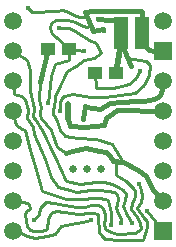
<source format=gbl>
%FSTAX23Y23*%
%MOIN*%
%SFA1B1*%

%IPPOS*%
%ADD19C,0.010000*%
%ADD20C,0.015000*%
%ADD23C,0.059060*%
%ADD24R,0.059060X0.059060*%
%ADD25C,0.025980*%
%ADD26C,0.015000*%
%ADD27R,0.047240X0.043310*%
%ADD28C,0.020000*%
%ADD29C,0.045000*%
%LNdrv8825_printplaat-1*%
%LPD*%
G54D19*
X001Y00792D02*
X00112Y0078D01*
X00495Y00082D02*
X00497Y00062D01*
X00482Y0002D02*
X00497Y00062D01*
X00155Y0029D02*
X00175Y0023D01*
X0012Y00372D02*
X00155Y0029D01*
X00115Y00397D02*
X0012Y00372D01*
X00077Y005D02*
X0009Y0049D01*
X0019Y00295D02*
X00225Y00217D01*
X00055Y00412D02*
X00062Y004D01*
X0007Y00395*
X0008Y0039*
X0009Y00387*
X0005Y0055D02*
X00052Y00505D01*
X00077Y005*
X0005Y0045D02*
X00055Y00412D01*
X0009Y00387D02*
X00107Y0032D01*
X0005Y0065D02*
X00095Y0062D01*
X00107Y00585*
X00497Y00117D02*
X0055Y0005D01*
X00317Y00715D02*
X0035Y00722D01*
X00317Y00715D02*
X0035Y00722D01*
X00477Y00782D02*
X0048Y00779D01*
X0019Y00607D02*
X00237Y0062D01*
X00237Y00655*
X00455Y00042D02*
X00475Y00057D01*
X00472Y00077D02*
X00475Y00057D01*
X00462Y00095D02*
X00472Y00077D01*
X0009Y0049D02*
X001Y00452D01*
X00095Y00425D02*
X001Y00452D01*
X00095Y00425D02*
X00115Y00397D01*
X00147Y00387D02*
X0019Y00295D01*
X00122Y00422D02*
X00147Y00387D01*
X00117Y0043D02*
X00122Y00422D01*
X00117Y0043D02*
X0012Y0046D01*
X00105Y00515D02*
X0012Y0046D01*
X00105Y00515D02*
X00107Y00585D01*
X00392Y00237D02*
Y00275D01*
X0014Y00437D02*
X00142Y00427D01*
X0014Y00437D02*
Y00447D01*
X00142Y00462*
X00135Y00487D02*
X00142Y00462D01*
X00135Y00487D02*
X0014Y00547D01*
X00177Y00567D02*
X0019Y00607D01*
X00172Y00535D02*
X00177Y00567D01*
X00142Y00427D02*
X00175Y00385D01*
X00197Y0033*
X00225Y0031*
X00322Y00575D02*
X00327Y00527D01*
X00357Y00525*
X0038*
X004Y0053*
X00422Y00535*
X00435Y0054*
X00455Y00557*
X00473Y00582*
X00237Y00655D02*
X00287Y0065D01*
X00545Y0052D02*
X0055Y0054D01*
Y0055*
X00431Y00625D02*
X00492Y00615D01*
X00507Y00602*
X00502Y0057D02*
X00507Y00602D01*
X00487Y00537D02*
X00502Y0057D01*
X00457Y0051D02*
X00487Y00537D01*
X00407Y00502D02*
X00457Y0051D01*
X00357Y00495D02*
X00407Y00502D01*
X00307Y00497D02*
X00357Y00495D01*
X0025Y00505D02*
X00307Y00497D01*
X0022Y005D02*
X0025Y00505D01*
X0021Y0049D02*
X0022Y005D01*
X00165Y00475D02*
X00172Y00535D01*
X0038Y0034D02*
X00415Y0028D01*
X00327Y00357D02*
X0038Y0034D01*
X00265Y0036D02*
X00327Y00357D01*
X00207Y00475D02*
X0021Y0049D01*
X00207Y00467D02*
Y00475D01*
X00195Y00512D02*
X0023Y00582D01*
X0026Y006*
X00287Y0062*
X0032Y00627*
X00342Y00642*
X00327Y00677D02*
X00342Y00642D01*
X00302Y00687D02*
X00327Y00677D01*
X00257Y00715D02*
X00302Y00687D01*
X00237Y00727D02*
X00257Y00715D01*
X00207Y0045D02*
Y00467D01*
X00182Y00452D02*
X00187Y00465D01*
X00182Y0044D02*
Y00452D01*
Y0044D02*
X0019Y0043D01*
X00195Y00417*
X00207Y00387*
X00222Y00367*
X00242Y00362*
X00265Y0036*
X0019Y005D02*
X00195Y00512D01*
X0019Y0049D02*
Y005D01*
X00187Y00465D02*
X0019Y0049D01*
X00112Y0078D02*
X00195Y00782D01*
X00212Y00785*
X00227Y00782*
X0024Y00777*
X00252Y0077*
X0027Y00762*
X00282*
X0029Y00765*
X00207Y00725D02*
X00237Y00727D01*
X00192Y00697D02*
X00237Y00655D01*
X0018Y00707D02*
X00192Y00697D01*
X00172Y00727D02*
X0018Y00707D01*
X00172Y00727D02*
X00175Y00742D01*
X00192Y00752*
X0021*
X00232*
X00255Y00745*
X00275Y00735*
X00292Y0073*
X0031Y00732*
X00225Y00217D02*
X00272Y00207D01*
X00175Y0023D02*
X002Y00197D01*
X0024Y00185*
X0013Y00242D02*
X00145Y00182D01*
X0012Y00277D02*
X0013Y00242D01*
X00107Y0032D02*
X0012Y00277D01*
X00325Y00212D02*
X00352D01*
X00272Y00207D02*
X00325Y00212D01*
X00305Y00185D02*
X00337Y00187D01*
X00287Y00182D02*
X00305Y00185D01*
X0026Y0018D02*
X00287Y00182D01*
X0024Y00185D02*
X0026Y0018D01*
X00145Y00182D02*
X00225Y00157D01*
X00257Y00155*
X00285Y00157*
X00312Y0016*
X0041Y0002D02*
X00482D01*
X00397Y0004D02*
X00455Y00042D01*
X00375Y00045D02*
X00397Y0004D01*
X00357Y00022D02*
X0041Y0002D01*
X00442Y00122D02*
X00462Y00095D01*
X00392Y00237D02*
X00425Y00215D01*
X0043Y00102D02*
X00445Y00077D01*
X00417Y00132D02*
X0043Y00102D01*
X0038Y00207D02*
X004Y00197D01*
X00352Y00212D02*
X0038Y00207D01*
X00337Y00187D02*
X00365Y00182D01*
X00392Y00127D02*
X004Y0011D01*
X0041Y0009*
Y00077D02*
Y0009D01*
X00312Y0016D02*
X00337D01*
X00135Y00105D02*
X0014Y00127D01*
X0016Y00147*
X00185Y00142*
X0022Y00135*
X00262Y0013*
X0029*
X0031Y00135*
X00487Y00092D02*
X00495Y00082D01*
X00462Y00127D02*
X00487Y00092D01*
X00462Y00127D02*
X00475Y00145D01*
X0048Y00165*
X00477Y00185D02*
X0048Y00165D01*
X0047Y00207D02*
X00477Y00185D01*
X00425Y00215D02*
X0045Y00192D01*
X00455Y00182*
Y00167D02*
Y00182D01*
X00452Y00157D02*
X00455Y00167D01*
X00445Y00142D02*
X00452Y00157D01*
X00442Y00122D02*
X00445Y00142D01*
X004Y00197D02*
X00417Y00187D01*
X00427Y00172*
X00422Y00152D02*
X00427Y00172D01*
X00417Y00132D02*
X00422Y00152D01*
X00392Y00127D02*
X00397Y0014D01*
X004Y00157*
X00395Y00172D02*
X004Y00157D01*
X00385Y0018D02*
X00395Y00172D01*
X00365Y00182D02*
X00385Y0018D01*
X00337Y0016D02*
X00355Y00157D01*
X00367Y00152*
X0037Y00135*
X0031D02*
X00332D01*
X00345Y0013*
X00352Y00117*
X00355Y00102*
X00267Y00107D02*
X00305Y0011D01*
X0022Y00112D02*
X00267Y00107D01*
X00192Y00115D02*
X0022Y00112D01*
X00175Y0011D02*
X00192Y00115D01*
X00165Y0009D02*
X00175Y0011D01*
X00162Y00057D02*
X00165Y0009D01*
X00102Y0014D02*
X00107Y00122D01*
X00087Y00147D02*
X00102Y0014D01*
X0005Y0015D02*
X00087Y00147D01*
X00305Y0011D02*
X00317D01*
X0021Y00065D02*
X00242Y00072D01*
X0019Y0004D02*
X0021Y00065D01*
X0005Y0005D02*
X0006Y0004D01*
X00317Y0011D02*
X00332Y00105D01*
X00345Y00032D02*
X00357Y00022D01*
X00242Y00072D02*
X0028Y0008D01*
X0031Y00084*
X00332Y00097D02*
Y00105D01*
X0037Y00135D02*
X00375Y00112D01*
X00377Y00097*
Y0007D02*
Y00097D01*
X00355Y00102D02*
X00357Y0009D01*
X00352Y00075D02*
X00357Y0009D01*
X00352Y00075D02*
X00357Y00055D01*
X00375Y00045*
X00332Y00097D02*
X00335Y00045D01*
X00345Y00032*
X00092Y00117D02*
X00107Y00122D01*
X0009Y00102D02*
X00092Y00117D01*
X0009Y00102D02*
X00095Y00067D01*
X00105Y00052*
X0012Y00085D02*
X00135Y00105D01*
X00105Y00052D02*
X0012Y0005D01*
X00145*
X00162Y00057*
Y00032D02*
X0019Y0004D01*
X00122Y00027D02*
X00162Y00032D01*
X00095D02*
X00122Y00027D01*
X00062Y0005D02*
X00095Y00032D01*
G54D20*
X00335Y00317D02*
X0036Y00312D01*
X00372Y003*
X00382Y00282*
X00395Y00452D02*
X0055Y0045D01*
X0036Y00427D02*
X00395Y00452D01*
X00352Y00402D02*
X0036Y00427D01*
X00332Y00755D02*
X0037Y00752D01*
X0029Y0078D02*
X00317Y00782D01*
X0029Y0078D02*
X00317Y00715D01*
Y00782D02*
X00355D01*
X00317Y00715D02*
X0035Y00722D01*
X00355Y00782D02*
X00477D01*
X0048Y00742D02*
Y00779D01*
X0037Y00752D02*
X00395D01*
X00292Y00327D02*
X00335Y00317D01*
X0014Y00547D02*
X00167Y00655D01*
X00515Y00187D02*
X0055Y0015D01*
X00492Y00232D02*
X00515Y00187D01*
X00465Y00252D02*
X00492Y00232D01*
X00415Y0028D02*
X00465Y00252D01*
X00382Y00282D02*
X00415Y0028D01*
X00409Y00677D02*
X00442Y006D01*
X0029Y00395D02*
X00352Y00402D01*
X0024Y004D02*
X0029Y00395D01*
X00233Y00422D02*
X0024Y004D01*
X00225Y0031D02*
X00245Y00315D01*
X00292Y00327*
X00284Y00422D02*
X00291Y00466D01*
X00292Y00462D02*
X00315Y0046D01*
X0034Y00457*
X00357Y00467*
X00485Y00482D02*
X0052Y0049D01*
X00532Y00495*
X0054Y00502*
X00545Y0052*
X00357Y00467D02*
X00372Y00475D01*
X0041Y0048*
X00462Y00482*
X00485*
X0048Y00677D02*
X00502Y00652D01*
X0054Y00647*
G54D23*
X0055Y0075D03*
Y0055D03*
Y0045D03*
Y0035D03*
Y0025D03*
Y0015D03*
X0005Y0005D03*
Y0015D03*
Y0025D03*
Y0035D03*
Y0045D03*
Y0055D03*
Y0065D03*
Y0075D03*
G54D24*
X0055Y0065D03*
Y0005D03*
G54D25*
X00344Y00257D03*
X00297D03*
X0025D03*
G54D26*
X00497Y00117D03*
X00445Y00077D03*
X0047Y00207D03*
X00205Y0045D03*
X0012Y00085D03*
X00233Y00472D03*
X00232Y0043D03*
X00292Y00462D03*
X00285Y0043D03*
X00165Y00475D03*
X00442Y006D03*
X00473Y00582D03*
X00287Y0065D03*
X0037Y00752D03*
X00332Y00755D03*
X00352Y00715D03*
X00317D03*
X00202Y00725D03*
X00377Y0007D03*
X0041Y00077D03*
X001Y00792D03*
X0031Y00085D03*
G54D27*
X00322Y00575D03*
X00392D03*
X00409Y00742D03*
X0048D03*
X00409Y00677D03*
X0048D03*
X00167Y00655D03*
X00237D03*
G54D28*
X00233Y00422D02*
Y00472D01*
X00392Y00575D02*
X00409Y00677D01*
G54D29*
X0048Y00685D02*
Y00742D01*
X00409Y00687D02*
Y00735D01*
M02*
</source>
